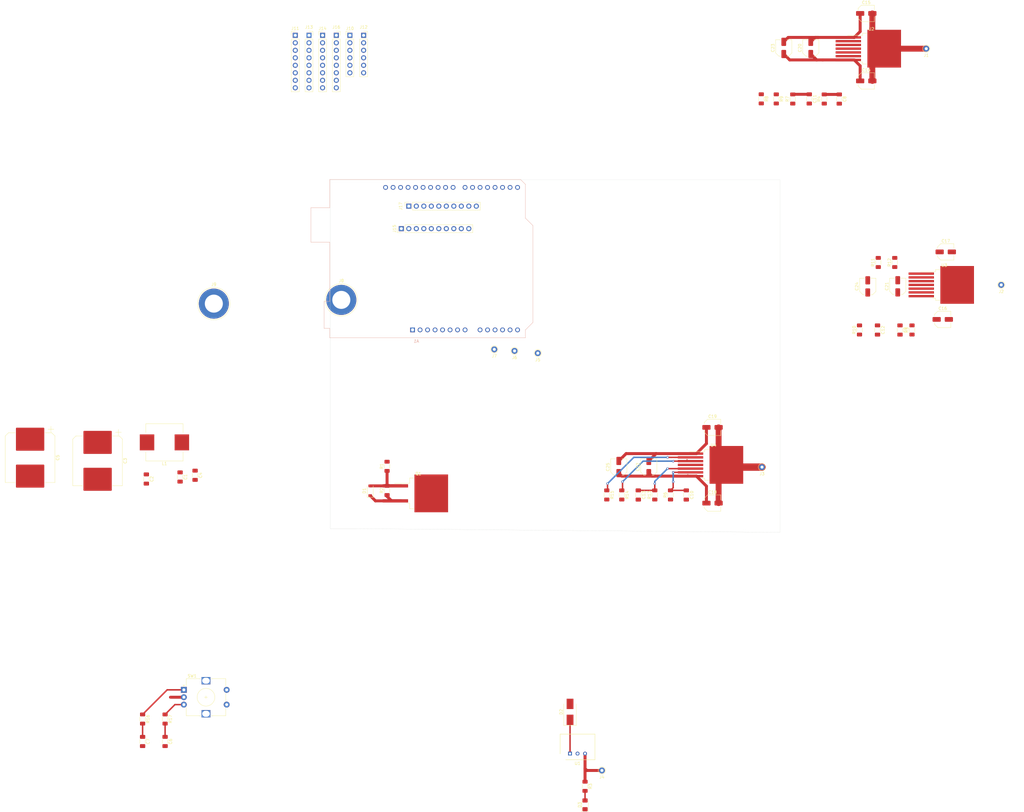
<source format=kicad_pcb>
(kicad_pcb (version 20171130) (host pcbnew 5.1.10)
  (title_block (title "PCB-Layout for BLDC Controller") (date 2021-10-30) (rev V1))
  (layers (0 F.Cu signal) (31 B.Cu signal) (34 B.Paste user) (35 F.Paste user) (36 B.SilkS user) (37 F.SilkS user) (38 B.Mask user) (39 F.Mask user) (44 Edge.Cuts user))
  (net 0 "")
  (net 1 "Net-(A1-Pad32)")
  (net 2 "Net-(A1-Pad31)")
  (net 3 "Net-(A1-Pad1)")
  (net 4 "Net-(A1-Pad2)")
  (net 5 "Net-(A1-Pad3)")
  (net 6 "Net-(A1-Pad4)")
  (net 7 "Net-(A1-Pad5)")
  (net 8 "Net-(A1-Pad26)")
  (net 9 "Net-(A1-Pad12)")
  (net 10 "Net-(A1-Pad13)")
  (net 11 "Net-(A1-Pad14)")
  (net 12 "Net-(A1-Pad30)")
  (net 13 "Net-(A1-Pad15)")
  (net 14 "Net-(A1-Pad16)")
  (net 15 "Net-(D1-Pad2)")
  (net 16 GND)
  (net 17 "Net-(D3-Pad2)")
  (net 18 /VCC_5V)
  (net 19 /L1_IS)
  (net 20 /L2_IS)
  (net 21 /L3_IS)
  (net 22 "Net-(C11-Pad1)")
  (net 23 "Net-(R8-Pad1)")
  (net 24 /L1_IN)
  (net 25 "Net-(R9-Pad1)")
  (net 26 "Net-(C12-Pad1)")
  (net 27 "Net-(R11-Pad1)")
  (net 28 "Net-(R12-Pad1)")
  (net 29 /L2_IN)
  (net 30 "Net-(C13-Pad1)")
  (net 31 "Net-(R14-Pad1)")
  (net 32 "Net-(R15-Pad1)")
  (net 33 /L3_IN)
  (net 34 /L1_Motor)
  (net 35 /VCC_Filtered)
  (net 36 /L2_Motor)
  (net 37 /L3_Motor)
  (net 38 /VCC_Polartiy_Check)
  (net 39 "Net-(C6-Pad1)")
  (net 40 "Net-(C7-Pad1)")
  (net 41 "Net-(D2-Pad1)")
  (net 42 /L1_Sense)
  (net 43 /L2_Sense)
  (net 44 /L3_Sense)
  (net 45 /L1_INH)
  (net 46 /L2_INH)
  (net 47 /L3_INH)
  (net 48 /Rot_B_Pull_Up)
  (net 49 /Rot_A_Pull_Up)
  (net 50 /VCC_Unregulated)
  (net 51 "Net-(J10-Pad1)")
  (net 52 "Net-(J10-Pad2)")
  (net 53 "Net-(J10-Pad3)")
  (net 54 "Net-(J10-Pad4)")
  (net 55 "Net-(J10-Pad5)")
  (net 56 "Net-(J10-Pad6)")
  (net 57 "Net-(J11-Pad1)")
  (net 58 "Net-(J11-Pad2)")
  (net 59 "Net-(J11-Pad3)")
  (net 60 "Net-(J11-Pad4)")
  (net 61 "Net-(J11-Pad5)")
  (net 62 "Net-(J11-Pad6)")
  (net 63 "Net-(J11-Pad7)")
  (net 64 "Net-(J11-Pad8)")
  (net 65 "Net-(J12-Pad1)")
  (net 66 "Net-(J12-Pad2)")
  (net 67 "Net-(J12-Pad3)")
  (net 68 "Net-(J12-Pad4)")
  (net 69 "Net-(J12-Pad5)")
  (net 70 "Net-(J12-Pad6)")
  (net 71 "Net-(J13-Pad1)")
  (net 72 "Net-(J13-Pad2)")
  (net 73 "Net-(J13-Pad3)")
  (net 74 "Net-(J13-Pad4)")
  (net 75 "Net-(J13-Pad5)")
  (net 76 "Net-(J13-Pad6)")
  (net 77 "Net-(J13-Pad7)")
  (net 78 "Net-(J13-Pad8)")
  (net 79 "Net-(J14-Pad8)")
  (net 80 "Net-(J14-Pad7)")
  (net 81 "Net-(J14-Pad6)")
  (net 82 "Net-(J14-Pad5)")
  (net 83 "Net-(J14-Pad4)")
  (net 84 "Net-(J14-Pad3)")
  (net 85 "Net-(J14-Pad2)")
  (net 86 "Net-(J14-Pad1)")
  (net 87 "Net-(J15-Pad1)")
  (net 88 "Net-(J15-Pad2)")
  (net 89 "Net-(J15-Pad3)")
  (net 90 "Net-(J15-Pad4)")
  (net 91 "Net-(J15-Pad5)")
  (net 92 "Net-(J15-Pad6)")
  (net 93 "Net-(J15-Pad7)")
  (net 94 "Net-(J15-Pad8)")
  (net 95 "Net-(J15-Pad9)")
  (net 96 "Net-(J15-Pad10)")
  (net 97 "Net-(J16-Pad8)")
  (net 98 "Net-(J16-Pad7)")
  (net 99 "Net-(J16-Pad6)")
  (net 100 "Net-(J16-Pad5)")
  (net 101 "Net-(J16-Pad4)")
  (net 102 "Net-(J16-Pad3)")
  (net 103 "Net-(J16-Pad2)")
  (net 104 "Net-(J16-Pad1)")
  (net 105 "Net-(J17-Pad1)")
  (net 106 "Net-(J17-Pad2)")
  (net 107 "Net-(J17-Pad3)")
  (net 108 "Net-(J17-Pad4)")
  (net 109 "Net-(J17-Pad5)")
  (net 110 "Net-(J17-Pad6)")
  (net 111 "Net-(J17-Pad7)")
  (net 112 "Net-(J17-Pad8)")
  (net 113 "Net-(J17-Pad9)")
  (net 114 "Net-(J17-Pad10)")
  (module Package_TO_SOT_SMD:TO-263-7_TabPin8 (layer F.Cu) (at 187.01 55.88)
    (fp_text reference U4 (at 0 -6.65) (layer F.SilkS))
    (fp_text value BTN8962TA)
    (pad "" smd rect (at 0.95 2.775) (size 4.55 6.25) (drill (offset 0 0.5)) (layers F.Paste))
    (pad "" smd rect (at 5.8 -2.775) (size 6.55 6.25) (drill (offset 1 -0.5)) (layers F.Paste))
    (pad "" smd rect (at 0.95 -2.775) (size 4.55 6.25) (drill (offset 0 -0.5)) (layers F.Paste))
    (pad "" smd rect (at 5.8 2.775) (size 6.55 6.25) (drill (offset 1 0.5)) (layers F.Paste))
    (pad 8 smd rect (at 3.375 0) (size 11.4 12.8) (drill (offset 1 0)) (layers F.Cu F.Mask) (net 37 /L3_Motor))
    (pad 7 smd rect (at -5.775 3.81) (size 8.6 0.8) (drill (offset -2 0)) (layers F.Cu F.Paste F.Mask) (net 35 /VCC_Filtered))
    (pad 6 smd rect (at -5.775 2.54) (size 8.6 0.8) (drill (offset -2 0)) (layers F.Cu F.Paste F.Mask) (net 21 /L3_IS))
    (pad 5 smd rect (at -5.775 1.27) (size 8.6 0.8) (drill (offset -2 0)) (layers F.Cu F.Paste F.Mask) (net 30 "Net-(C13-Pad1)"))
    (pad 4 smd rect (at -5.775 0) (size 8.6 0.8) (drill (offset -2 0)) (layers F.Cu F.Paste F.Mask) (net 37 /L3_Motor))
    (pad 3 smd rect (at -5.775 -1.27) (size 8.6 0.8) (drill (offset -2 0)) (layers F.Cu F.Paste F.Mask) (net 31 "Net-(R14-Pad1)"))
    (pad 2 smd rect (at -5.775 -2.54) (size 8.6 0.8) (drill (offset -2 0)) (layers F.Cu F.Paste F.Mask) (net 32 "Net-(R15-Pad1)"))
    (pad 1 smd rect (at -5.775 -3.81) (size 8.6 0.8) (drill (offset -2 0)) (layers F.Cu F.Paste F.Mask) (net 16 GND))
  )
  (module Capacitor_SMD:C_Elec_5x5.4 (layer F.Cu) (at 249.428 -4.6025 90)
    (fp_text reference C21 (at 0 -3.7 90) (layer F.SilkS))
    (fp_text value 100nF)
    (pad 2 smd roundrect (at 2.0625 0 90) (size 2.775 1.6) (layers F.Cu F.Paste F.Mask) (roundrect_rratio 0.15625) (net 16 GND))
    (pad 1 smd roundrect (at -2.0625 0 90) (size 2.775 1.6) (layers F.Cu F.Paste F.Mask) (roundrect_rratio 0.15625) (net 35 /VCC_Filtered))
  )
  (module Capacitor_SMD:C_Elec_5x5.4 (layer F.Cu) (at 264.668 6.604)
    (fp_text reference C16 (at 0 -3.7) (layer F.SilkS))
    (fp_text value 220nF)
    (pad 2 smd roundrect (at 2.0625 0) (size 2.775 1.6) (layers F.Cu F.Paste F.Mask) (roundrect_rratio 0.15625) (net 36 /L2_Motor))
    (pad 1 smd roundrect (at -2.0625 0) (size 2.775 1.6) (layers F.Cu F.Paste F.Mask) (roundrect_rratio 0.15625) (net 35 /VCC_Filtered))
  )
  (module Capacitor_SMD:C_Elec_5x5.4 (layer F.Cu) (at 265.684 -16.256)
    (fp_text reference C17 (at 0 -3.7) (layer F.SilkS))
    (fp_text value 220nF)
    (pad 2 smd roundrect (at 2.0625 0) (size 2.775 1.6) (layers F.Cu F.Paste F.Mask) (roundrect_rratio 0.15625) (net 36 /L2_Motor))
    (pad 1 smd roundrect (at -2.0625 0) (size 2.775 1.6) (layers F.Cu F.Paste F.Mask) (roundrect_rratio 0.15625) (net 16 GND))
  )
  (module Package_TO_SOT_SMD:TO-263-7_TabPin8 (layer F.Cu) (at 240.465 -85.09)
    (fp_text reference U2 (at 0 -6.65) (layer F.SilkS))
    (fp_text value BTN8962TA)
    (pad "" smd rect (at 0.95 2.775) (size 4.55 6.25) (drill (offset 0 0.5)) (layers F.Paste))
    (pad "" smd rect (at 5.8 -2.775) (size 6.55 6.25) (drill (offset 1 -0.5)) (layers F.Paste))
    (pad "" smd rect (at 0.95 -2.775) (size 4.55 6.25) (drill (offset 0 -0.5)) (layers F.Paste))
    (pad "" smd rect (at 5.8 2.775) (size 6.55 6.25) (drill (offset 1 0.5)) (layers F.Paste))
    (pad 8 smd rect (at 3.375 0) (size 11.4 12.8) (drill (offset 1 0)) (layers F.Cu F.Mask) (net 34 /L1_Motor))
    (pad 7 smd rect (at -5.775 3.81) (size 8.6 0.8) (drill (offset -2 0)) (layers F.Cu F.Paste F.Mask) (net 35 /VCC_Filtered))
    (pad 6 smd rect (at -5.775 2.54) (size 8.6 0.8) (drill (offset -2 0)) (layers F.Cu F.Paste F.Mask) (net 19 /L1_IS))
    (pad 5 smd rect (at -5.775 1.27) (size 8.6 0.8) (drill (offset -2 0)) (layers F.Cu F.Paste F.Mask) (net 22 "Net-(C11-Pad1)"))
    (pad 4 smd rect (at -5.775 0) (size 8.6 0.8) (drill (offset -2 0)) (layers F.Cu F.Paste F.Mask) (net 34 /L1_Motor))
    (pad 3 smd rect (at -5.775 -1.27) (size 8.6 0.8) (drill (offset -2 0)) (layers F.Cu F.Paste F.Mask) (net 23 "Net-(R8-Pad1)"))
    (pad 2 smd rect (at -5.775 -2.54) (size 8.6 0.8) (drill (offset -2 0)) (layers F.Cu F.Paste F.Mask) (net 25 "Net-(R9-Pad1)"))
    (pad 1 smd rect (at -5.775 -3.81) (size 8.6 0.8) (drill (offset -2 0)) (layers F.Cu F.Paste F.Mask) (net 16 GND))
  )
  (module Package_TO_SOT_SMD:TO-263-7_TabPin8 (layer F.Cu) (at 265.176 -5.08)
    (fp_text reference U3 (at 0 -6.65) (layer F.SilkS))
    (fp_text value BTN8962TA)
    (pad "" smd rect (at 0.95 2.775) (size 4.55 6.25) (drill (offset 0 0.5)) (layers F.Paste))
    (pad "" smd rect (at 5.8 -2.775) (size 6.55 6.25) (drill (offset 1 -0.5)) (layers F.Paste))
    (pad "" smd rect (at 0.95 -2.775) (size 4.55 6.25) (drill (offset 0 -0.5)) (layers F.Paste))
    (pad "" smd rect (at 5.8 2.775) (size 6.55 6.25) (drill (offset 1 0.5)) (layers F.Paste))
    (pad 8 smd rect (at 3.375 0) (size 11.4 12.8) (drill (offset 1 0)) (layers F.Cu F.Mask) (net 36 /L2_Motor))
    (pad 7 smd rect (at -5.775 3.81) (size 8.6 0.8) (drill (offset -2 0)) (layers F.Cu F.Paste F.Mask) (net 35 /VCC_Filtered))
    (pad 6 smd rect (at -5.775 2.54) (size 8.6 0.8) (drill (offset -2 0)) (layers F.Cu F.Paste F.Mask) (net 20 /L2_IS))
    (pad 5 smd rect (at -5.775 1.27) (size 8.6 0.8) (drill (offset -2 0)) (layers F.Cu F.Paste F.Mask) (net 26 "Net-(C12-Pad1)"))
    (pad 4 smd rect (at -5.775 0) (size 8.6 0.8) (drill (offset -2 0)) (layers F.Cu F.Paste F.Mask) (net 36 /L2_Motor))
    (pad 3 smd rect (at -5.775 -1.27) (size 8.6 0.8) (drill (offset -2 0)) (layers F.Cu F.Paste F.Mask) (net 27 "Net-(R11-Pad1)"))
    (pad 2 smd rect (at -5.775 -2.54) (size 8.6 0.8) (drill (offset -2 0)) (layers F.Cu F.Paste F.Mask) (net 28 "Net-(R12-Pad1)"))
    (pad 1 smd rect (at -5.775 -3.81) (size 8.6 0.8) (drill (offset -2 0)) (layers F.Cu F.Paste F.Mask) (net 16 GND))
  )
  (module Package_TO_SOT_SMD:TO-263-2 (layer F.Cu) (at 87.049 65.532)
    (fp_text reference Q1 (at 0 -6.65) (layer F.SilkS))
    (fp_text value IRF4905)
    (pad 1 smd rect (at -5.775 -2.54) (size 8.6 1.1) (drill (offset -2 0)) (layers F.Cu F.Paste F.Mask) (net 15 "Net-(D1-Pad2)"))
    (pad 3 smd rect (at -5.775 2.54) (size 8.6 1.1) (drill (offset -2 0)) (layers F.Cu F.Paste F.Mask) (net 38 /VCC_Polartiy_Check))
    (pad 2 smd rect (at 3.375 0) (size 11.4 12.8) (drill (offset 1 0)) (layers F.Cu F.Mask) (net 50 /VCC_Unregulated))
    (pad "" smd rect (at 5.8 2.775) (size 6.55 6.25) (drill (offset 1 0.5)) (layers F.Paste F.Mask))
    (pad "" smd rect (at 0.95 -2.775) (size 4.55 6.25) (drill (offset 0 -0.5)) (layers F.Paste F.Mask))
    (pad "" smd rect (at 5.8 -2.775) (size 6.55 6.25) (drill (offset 1 -0.5)) (layers F.Paste F.Mask))
    (pad "" smd rect (at 0.95 2.775) (size 4.55 6.25) (drill (offset 0 0.5)) (layers F.Paste))
  )
  (module Resistor_SMD:R_1206_3216Metric_Pad1.30x1.75mm_HandSolder (layer F.Cu) (at 1.27 141.96 270)
    (fp_text reference R17 (at 0 -1.82 90) (layer F.SilkS))
    (fp_text value 10k)
    (pad 2 smd roundrect (at 1.55 0 270) (size 1.3 1.75) (layers F.Cu F.Paste F.Mask) (roundrect_rratio 0.192308) (net 39 "Net-(C6-Pad1)"))
    (pad 1 smd roundrect (at -1.55 0 270) (size 1.3 1.75) (layers F.Cu F.Paste F.Mask) (roundrect_rratio 0.192308) (net 48 /Rot_B_Pull_Up))
  )
  (module Resistor_SMD:R_1206_3216Metric_Pad1.30x1.75mm_HandSolder (layer F.Cu) (at -6.35 141.96 270)
    (fp_text reference R16 (at 0 -1.82 90) (layer F.SilkS))
    (fp_text value 10k)
    (pad 2 smd roundrect (at 1.55 0 270) (size 1.3 1.75) (layers F.Cu F.Paste F.Mask) (roundrect_rratio 0.192308) (net 40 "Net-(C7-Pad1)"))
    (pad 1 smd roundrect (at -1.55 0 270) (size 1.3 1.75) (layers F.Cu F.Paste F.Mask) (roundrect_rratio 0.192308) (net 49 /Rot_A_Pull_Up))
  )
  (module Connector:Banana_Jack_1Pin (layer F.Cu) (at 17.78 1.27)
    (fp_text reference J9 (at 0 -6.5) (layer F.SilkS))
    (fp_text value VCC_GND)
    (pad 1 thru_hole circle (at 0 0) (size 10.16 10.16) (drill 6.1) (layers *.Cu *.Mask) (net 16 GND))
  )
  (module Connector:Banana_Jack_1Pin (layer F.Cu) (at 60.96 0)
    (fp_text reference J8 (at 0 -6.5) (layer F.SilkS))
    (fp_text value VCC_Unregulated)
    (pad 1 thru_hole circle (at 0 0) (size 10.16 10.16) (drill 6.1) (layers *.Cu *.Mask) (net 50 /VCC_Unregulated))
  )
  (module Connector_Pin:Pin_D1.0mm_L10.0mm (layer F.Cu) (at 112.776 16.764)
    (fp_text reference J7 (at 0 2.25) (layer F.SilkS))
    (fp_text value Conn_01x01_Female)
    (pad 1 thru_hole circle (at 0 0) (size 2 2) (drill 1) (layers *.Cu *.Mask) (net 44 /L3_Sense))
  )
  (module Connector_Pin:Pin_D1.0mm_L10.0mm (layer F.Cu) (at 119.634 17.272)
    (fp_text reference J6 (at 0 2.25) (layer F.SilkS))
    (fp_text value Conn_01x01_Female)
    (pad 1 thru_hole circle (at 0 0) (size 2 2) (drill 1) (layers *.Cu *.Mask) (net 43 /L2_Sense))
  )
  (module Connector_Pin:Pin_D1.0mm_L10.0mm (layer F.Cu) (at 127.508 18.034)
    (fp_text reference J5 (at 0 2.25) (layer F.SilkS))
    (fp_text value Conn_01x01_Female)
    (pad 1 thru_hole circle (at 0 0) (size 2 2) (drill 1) (layers *.Cu *.Mask) (net 42 /L1_Sense))
  )
  (module Connector_Pin:Pin_D1.0mm_L10.0mm (layer F.Cu) (at 149.225 159.385)
    (fp_text reference J4 (at 0 2.25) (layer F.SilkS))
    (fp_text value Conn_01x01_Female)
    (pad 1 thru_hole circle (at 0 0) (size 2 2) (drill 1) (layers *.Cu *.Mask) (net 18 /VCC_5V))
  )
  (module Connector_Pin:Pin_D1.0mm_L10.0mm (layer F.Cu) (at 203.454 56.642)
    (fp_text reference J3 (at 0 2.25) (layer F.SilkS))
    (fp_text value Conn_01x01_Female)
    (pad 1 thru_hole circle (at 0 0) (size 2 2) (drill 1) (layers *.Cu *.Mask) (net 37 /L3_Motor))
  )
  (module Connector_Pin:Pin_D1.0mm_L10.0mm (layer F.Cu) (at 284.48 -5.08)
    (fp_text reference J2 (at 0 2.25) (layer F.SilkS))
    (fp_text value Conn_01x01_Female)
    (pad 1 thru_hole circle (at 0 0) (size 2 2) (drill 1) (layers *.Cu *.Mask) (net 36 /L2_Motor))
  )
  (module Connector_Pin:Pin_D1.0mm_L10.0mm (layer F.Cu) (at 259.08 -85.09)
    (fp_text reference J1 (at 0 2.25) (layer F.SilkS))
    (fp_text value Conn_01x01_Female)
    (pad 1 thru_hole circle (at 0 0) (size 2 2) (drill 1) (layers *.Cu *.Mask) (net 34 /L1_Motor))
  )
  (module LED_SMD:LED_1206_3216Metric_Pad1.42x1.75mm_HandSolder (layer F.Cu) (at 143.51 171.0325 90)
    (fp_text reference D3 (at 0 -1.82 90) (layer F.SilkS))
    (fp_text value LED)
    (pad 2 smd roundrect (at 1.4875 0 90) (size 1.425 1.75) (layers F.Cu F.Paste F.Mask) (roundrect_rratio 0.175439) (net 17 "Net-(D3-Pad2)"))
    (pad 1 smd roundrect (at -1.4875 0 90) (size 1.425 1.75) (layers F.Cu F.Paste F.Mask) (roundrect_rratio 0.175439) (net 16 GND))
  )
  (module Diode_SMD:D_SMB_Handsoldering (layer F.Cu) (at 138.43 139.54 90)
    (fp_text reference D2 (at 0 -3 90) (layer F.SilkS))
    (fp_text value D_Schottky)
    (pad 2 smd rect (at 2.7 0 90) (size 3.5 2.3) (layers F.Cu F.Paste F.Mask) (net 35 /VCC_Filtered))
    (pad 1 smd rect (at -2.7 0 90) (size 3.5 2.3) (layers F.Cu F.Paste F.Mask) (net 41 "Net-(D2-Pad1)"))
  )
  (module Diode_SMD:D_SOD-123 (layer F.Cu) (at 70.739 64.642 90)
    (fp_text reference D1 (at 0 -2 90) (layer F.SilkS))
    (fp_text value 12V)
    (pad 2 smd rect (at 1.65 0 90) (size 0.9 1.2) (layers F.Cu F.Paste F.Mask) (net 15 "Net-(D1-Pad2)"))
    (pad 1 smd rect (at -1.65 0 90) (size 0.9 1.2) (layers F.Cu F.Paste F.Mask) (net 38 /VCC_Polartiy_Check))
  )
  (module Capacitor_SMD:C_Elec_5x5.4 (layer F.Cu) (at 154.94 56.6115 90)
    (fp_text reference C25 (at 0 -3.7 90) (layer F.SilkS))
    (fp_text value 470nF)
    (pad 2 smd roundrect (at 2.0625 0 90) (size 2.775 1.6) (layers F.Cu F.Paste F.Mask) (roundrect_rratio 0.15625) (net 16 GND))
    (pad 1 smd roundrect (at -2.0625 0 90) (size 2.775 1.6) (layers F.Cu F.Paste F.Mask) (roundrect_rratio 0.15625) (net 35 /VCC_Filtered))
  )
  (module Capacitor_SMD:C_Elec_5x5.4 (layer F.Cu) (at 239.268 -4.572 90)
    (fp_text reference C24 (at 0 -3.7 90) (layer F.SilkS))
    (fp_text value 470nF)
    (pad 2 smd roundrect (at 2.0625 0 90) (size 2.775 1.6) (layers F.Cu F.Paste F.Mask) (roundrect_rratio 0.15625) (net 16 GND))
    (pad 1 smd roundrect (at -2.0625 0 90) (size 2.775 1.6) (layers F.Cu F.Paste F.Mask) (roundrect_rratio 0.15625) (net 35 /VCC_Filtered))
  )
  (module Capacitor_SMD:C_Elec_5x5.4 (layer F.Cu) (at 210.82 -85.344 90)
    (fp_text reference C23 (at 0 -3.7 90) (layer F.SilkS))
    (fp_text value 470nF)
    (pad 2 smd roundrect (at 2.0625 0 90) (size 2.775 1.6) (layers F.Cu F.Paste F.Mask) (roundrect_rratio 0.15625) (net 16 GND))
    (pad 1 smd roundrect (at -2.0625 0 90) (size 2.775 1.6) (layers F.Cu F.Paste F.Mask) (roundrect_rratio 0.15625) (net 35 /VCC_Filtered))
  )
  (module Capacitor_SMD:C_Elec_5x5.4 (layer F.Cu) (at 165.1 56.6115 90)
    (fp_text reference C22 (at 0 -3.7 90) (layer F.SilkS))
    (fp_text value 100nF)
    (pad 2 smd roundrect (at 2.0625 0 90) (size 2.775 1.6) (layers F.Cu F.Paste F.Mask) (roundrect_rratio 0.15625) (net 16 GND))
    (pad 1 smd roundrect (at -2.0625 0 90) (size 2.775 1.6) (layers F.Cu F.Paste F.Mask) (roundrect_rratio 0.15625) (net 35 /VCC_Filtered))
  )
  (module Capacitor_SMD:C_Elec_5x5.4 (layer F.Cu) (at 219.964 -85.344 90)
    (fp_text reference C20 (at 0 -3.7 90) (layer F.SilkS))
    (fp_text value 100nF)
    (pad 2 smd roundrect (at 2.0625 0 90) (size 2.775 1.6) (layers F.Cu F.Paste F.Mask) (roundrect_rratio 0.15625) (net 16 GND))
    (pad 1 smd roundrect (at -2.0625 0 90) (size 2.775 1.6) (layers F.Cu F.Paste F.Mask) (roundrect_rratio 0.15625) (net 35 /VCC_Filtered))
  )
  (module Capacitor_SMD:C_Elec_5x5.4 (layer F.Cu) (at 186.69 43.18)
    (fp_text reference C19 (at 0 -3.7) (layer F.SilkS))
    (fp_text value 220nF)
    (pad 2 smd roundrect (at 2.0625 0) (size 2.775 1.6) (layers F.Cu F.Paste F.Mask) (roundrect_rratio 0.15625) (net 37 /L3_Motor))
    (pad 1 smd roundrect (at -2.0625 0) (size 2.775 1.6) (layers F.Cu F.Paste F.Mask) (roundrect_rratio 0.15625) (net 16 GND))
  )
  (module Capacitor_SMD:C_Elec_5x5.4 (layer F.Cu) (at 186.69 68.834)
    (fp_text reference C18 (at 0 -3.7) (layer F.SilkS))
    (fp_text value 220nF)
    (pad 2 smd roundrect (at 2.0625 0) (size 2.775 1.6) (layers F.Cu F.Paste F.Mask) (roundrect_rratio 0.15625) (net 37 /L3_Motor))
    (pad 1 smd roundrect (at -2.0625 0) (size 2.775 1.6) (layers F.Cu F.Paste F.Mask) (roundrect_rratio 0.15625) (net 35 /VCC_Filtered))
  )
  (module Capacitor_SMD:C_Elec_5x5.4 (layer F.Cu) (at 238.76 -97.028)
    (fp_text reference C15 (at 0 -3.7) (layer F.SilkS))
    (fp_text value 220nF)
    (pad 2 smd roundrect (at 2.0625 0) (size 2.775 1.6) (layers F.Cu F.Paste F.Mask) (roundrect_rratio 0.15625) (net 34 /L1_Motor))
    (pad 1 smd roundrect (at -2.0625 0) (size 2.775 1.6) (layers F.Cu F.Paste F.Mask) (roundrect_rratio 0.15625) (net 16 GND))
  )
  (module Capacitor_SMD:C_Elec_5x5.4 (layer F.Cu) (at 238.76 -74.168)
    (fp_text reference C14 (at 0 -3.7) (layer F.SilkS))
    (fp_text value 220nF)
    (pad 2 smd roundrect (at 2.0625 0) (size 2.775 1.6) (layers F.Cu F.Paste F.Mask) (roundrect_rratio 0.15625) (net 34 /L1_Motor))
    (pad 1 smd roundrect (at -2.0625 0) (size 2.775 1.6) (layers F.Cu F.Paste F.Mask) (roundrect_rratio 0.15625) (net 35 /VCC_Filtered))
  )
  (module Capacitor_SMD:C_1206_3216Metric_Pad1.33x1.80mm_HandSolder (layer F.Cu) (at 161.544 66.0785 270)
    (fp_text reference C13 (at 0 -1.85 90) (layer F.SilkS))
    (fp_text value 100nF)
    (pad 2 smd roundrect (at 1.5625 0 270) (size 1.325 1.8) (layers F.Cu F.Paste F.Mask) (roundrect_rratio 0.188679) (net 16 GND))
    (pad 1 smd roundrect (at -1.5625 0 270) (size 1.325 1.8) (layers F.Cu F.Paste F.Mask) (roundrect_rratio 0.188679) (net 30 "Net-(C13-Pad1)"))
  )
  (module Capacitor_SMD:C_1206_3216Metric_Pad1.33x1.80mm_HandSolder (layer F.Cu) (at 242.57 10.1985 270)
    (fp_text reference C12 (at 0 -1.85 90) (layer F.SilkS))
    (fp_text value 100nF)
    (pad 2 smd roundrect (at 1.5625 0 270) (size 1.325 1.8) (layers F.Cu F.Paste F.Mask) (roundrect_rratio 0.188679) (net 16 GND))
    (pad 1 smd roundrect (at -1.5625 0 270) (size 1.325 1.8) (layers F.Cu F.Paste F.Mask) (roundrect_rratio 0.188679) (net 26 "Net-(C12-Pad1)"))
  )
  (module Capacitor_SMD:C_1206_3216Metric_Pad1.33x1.80mm_HandSolder (layer F.Cu) (at 219.456 -68.072 270)
    (fp_text reference C11 (at 0 -1.85 90) (layer F.SilkS))
    (fp_text value 100nF)
    (pad 2 smd roundrect (at 1.5625 0 270) (size 1.325 1.8) (layers F.Cu F.Paste F.Mask) (roundrect_rratio 0.188679) (net 16 GND))
    (pad 1 smd roundrect (at -1.5625 0 270) (size 1.325 1.8) (layers F.Cu F.Paste F.Mask) (roundrect_rratio 0.188679) (net 22 "Net-(C11-Pad1)"))
  )
  (module Capacitor_SMD:C_1206_3216Metric_Pad1.33x1.80mm_HandSolder (layer F.Cu) (at 177.8 66.0785 270)
    (fp_text reference C10 (at 0 -1.85 90) (layer F.SilkS))
    (fp_text value 1nF)
    (pad 2 smd roundrect (at 1.5625 0 270) (size 1.325 1.8) (layers F.Cu F.Paste F.Mask) (roundrect_rratio 0.188679) (net 16 GND))
    (pad 1 smd roundrect (at -1.5625 0 270) (size 1.325 1.8) (layers F.Cu F.Paste F.Mask) (roundrect_rratio 0.188679) (net 21 /L3_IS))
  )
  (module Capacitor_SMD:C_1206_3216Metric_Pad1.33x1.80mm_HandSolder (layer F.Cu) (at 250.19 10.1985 270)
    (fp_text reference C9 (at 0 -1.85 90) (layer F.SilkS))
    (fp_text value 1nF)
    (pad 2 smd roundrect (at 1.5625 0 270) (size 1.325 1.8) (layers F.Cu F.Paste F.Mask) (roundrect_rratio 0.188679) (net 16 GND))
    (pad 1 smd roundrect (at -1.5625 0 270) (size 1.325 1.8) (layers F.Cu F.Paste F.Mask) (roundrect_rratio 0.188679) (net 20 /L2_IS))
  )
  (module Capacitor_SMD:C_1206_3216Metric_Pad1.33x1.80mm_HandSolder (layer F.Cu) (at 229.616 -68.0335 270)
    (fp_text reference C8 (at 0 -1.85 90) (layer F.SilkS))
    (fp_text value 1nF)
    (pad 2 smd roundrect (at 1.5625 0 270) (size 1.325 1.8) (layers F.Cu F.Paste F.Mask) (roundrect_rratio 0.188679) (net 16 GND))
    (pad 1 smd roundrect (at -1.5625 0 270) (size 1.325 1.8) (layers F.Cu F.Paste F.Mask) (roundrect_rratio 0.188679) (net 19 /L1_IS))
  )
  (module Capacitor_SMD:C_1206_3216Metric_Pad1.33x1.80mm_HandSolder (layer F.Cu) (at -6.35 149.5675 270)
    (fp_text reference C7 (at 0 -1.85 90) (layer F.SilkS))
    (fp_text value 1uF)
    (pad 2 smd roundrect (at 1.5625 0 270) (size 1.325 1.8) (layers F.Cu F.Paste F.Mask) (roundrect_rratio 0.188679) (net 16 GND))
    (pad 1 smd roundrect (at -1.5625 0 270) (size 1.325 1.8) (layers F.Cu F.Paste F.Mask) (roundrect_rratio 0.188679) (net 40 "Net-(C7-Pad1)"))
  )
  (module Capacitor_SMD:C_1206_3216Metric_Pad1.33x1.80mm_HandSolder (layer F.Cu) (at 1.27 149.5675 270)
    (fp_text reference C6 (at 0 -1.85 90) (layer F.SilkS))
    (fp_text value 1uF)
    (pad 2 smd roundrect (at 1.5625 0 270) (size 1.325 1.8) (layers F.Cu F.Paste F.Mask) (roundrect_rratio 0.188679) (net 16 GND))
    (pad 1 smd roundrect (at -1.5625 0 270) (size 1.325 1.8) (layers F.Cu F.Paste F.Mask) (roundrect_rratio 0.188679) (net 39 "Net-(C6-Pad1)"))
  )
  (module Capacitor_SMD:CP_Elec_16x17.5 (layer F.Cu) (at -44.45 53.44 270)
    (fp_text reference C5 (at 0 -9.35 90) (layer F.SilkS))
    (fp_text value 1500uF)
    (pad 2 smd roundrect (at 6.25 0 270) (size 7.8 9.6) (layers F.Cu F.Paste F.Mask) (roundrect_rratio 0.032051) (net 16 GND))
    (pad 1 smd roundrect (at -6.25 0 270) (size 7.8 9.6) (layers F.Cu F.Paste F.Mask) (roundrect_rratio 0.032051) (net 35 /VCC_Filtered))
  )
  (module Capacitor_SMD:C_1206_3216Metric_Pad1.33x1.80mm_HandSolder (layer F.Cu) (at 11.43 59.3975 270)
    (fp_text reference C4 (at 0 -1.85 90) (layer F.SilkS))
    (fp_text value 10uF)
    (pad 2 smd roundrect (at 1.5625 0 270) (size 1.325 1.8) (layers F.Cu F.Paste F.Mask) (roundrect_rratio 0.188679) (net 16 GND))
    (pad 1 smd roundrect (at -1.5625 0 270) (size 1.325 1.8) (layers F.Cu F.Paste F.Mask) (roundrect_rratio 0.188679) (net 38 /VCC_Polartiy_Check))
  )
  (module Capacitor_SMD:CP_Elec_16x17.5 (layer F.Cu) (at -21.59 54.51 270)
    (fp_text reference C3 (at 0 -9.35 90) (layer F.SilkS))
    (fp_text value 1500uF)
    (pad 2 smd roundrect (at 6.25 0 270) (size 7.8 9.6) (layers F.Cu F.Paste F.Mask) (roundrect_rratio 0.032051) (net 16 GND))
    (pad 1 smd roundrect (at -6.25 0 270) (size 7.8 9.6) (layers F.Cu F.Paste F.Mask) (roundrect_rratio 0.032051) (net 35 /VCC_Filtered))
  )
  (module Capacitor_SMD:C_1206_3216Metric_Pad1.33x1.80mm_HandSolder (layer F.Cu) (at -5.08 60.6675 270)
    (fp_text reference C2 (at 0 -1.85 90) (layer F.SilkS))
    (fp_text value 10uF)
    (pad 2 smd roundrect (at 1.5625 0 270) (size 1.325 1.8) (layers F.Cu F.Paste F.Mask) (roundrect_rratio 0.188679) (net 16 GND))
    (pad 1 smd roundrect (at -1.5625 0 270) (size 1.325 1.8) (layers F.Cu F.Paste F.Mask) (roundrect_rratio 0.188679) (net 35 /VCC_Filtered))
  )
  (module Capacitor_SMD:C_1206_3216Metric_Pad1.33x1.80mm_HandSolder (layer F.Cu) (at 6.35 59.9825 270)
    (fp_text reference C1 (at 0 -1.85 90) (layer F.SilkS))
    (fp_text value 10uF)
    (pad 2 smd roundrect (at 1.5625 0 270) (size 1.325 1.8) (layers F.Cu F.Paste F.Mask) (roundrect_rratio 0.188679) (net 16 GND))
    (pad 1 smd roundrect (at -1.5625 0 270) (size 1.325 1.8) (layers F.Cu F.Paste F.Mask) (roundrect_rratio 0.188679) (net 38 /VCC_Polartiy_Check))
  )
  (module Module:Arduino_UNO_R3 (layer B.Cu) (at 85.09 10.16)
    (fp_text reference A1 (at 1.27 3.81 -180) (layer B.SilkS) (effects (justify mirror)))
    (fp_text value Arduino_UNO_R3)
    (pad 32 thru_hole oval (at -9.14 -48.26 270) (size 1.6 1.6) (drill 1) (layers *.Cu *.Mask) (net 1 "Net-(A1-Pad32)"))
    (pad 31 thru_hole oval (at -6.6 -48.26 270) (size 1.6 1.6) (drill 1) (layers *.Cu *.Mask) (net 2 "Net-(A1-Pad31)"))
    (pad 1 thru_hole rect (at 0 0 270) (size 1.6 1.6) (drill 1) (layers *.Cu *.Mask) (net 3 "Net-(A1-Pad1)"))
    (pad 17 thru_hole oval (at 30.48 -48.26 270) (size 1.6 1.6) (drill 1) (layers *.Cu *.Mask) (net 24 /L1_IN))
    (pad 2 thru_hole oval (at 2.54 0 270) (size 1.6 1.6) (drill 1) (layers *.Cu *.Mask) (net 4 "Net-(A1-Pad2)"))
    (pad 18 thru_hole oval (at 27.94 -48.26 270) (size 1.6 1.6) (drill 1) (layers *.Cu *.Mask) (net 29 /L2_IN))
    (pad 3 thru_hole oval (at 5.08 0 270) (size 1.6 1.6) (drill 1) (layers *.Cu *.Mask) (net 5 "Net-(A1-Pad3)"))
    (pad 19 thru_hole oval (at 25.4 -48.26 270) (size 1.6 1.6) (drill 1) (layers *.Cu *.Mask) (net 33 /L3_IN))
    (pad 4 thru_hole oval (at 7.62 0 270) (size 1.6 1.6) (drill 1) (layers *.Cu *.Mask) (net 6 "Net-(A1-Pad4)"))
    (pad 20 thru_hole oval (at 22.86 -48.26 270) (size 1.6 1.6) (drill 1) (layers *.Cu *.Mask) (net 45 /L1_INH))
    (pad 5 thru_hole oval (at 10.16 0 270) (size 1.6 1.6) (drill 1) (layers *.Cu *.Mask) (net 7 "Net-(A1-Pad5)"))
    (pad 21 thru_hole oval (at 20.32 -48.26 270) (size 1.6 1.6) (drill 1) (layers *.Cu *.Mask) (net 46 /L2_INH))
    (pad 6 thru_hole oval (at 12.7 0 270) (size 1.6 1.6) (drill 1) (layers *.Cu *.Mask) (net 16 GND))
    (pad 22 thru_hole oval (at 17.78 -48.26 270) (size 1.6 1.6) (drill 1) (layers *.Cu *.Mask) (net 47 /L3_INH))
    (pad 7 thru_hole oval (at 15.24 0 270) (size 1.6 1.6) (drill 1) (layers *.Cu *.Mask) (net 16 GND))
    (pad 23 thru_hole oval (at 13.72 -48.26 270) (size 1.6 1.6) (drill 1) (layers *.Cu *.Mask) (net 19 /L1_IS))
    (pad 8 thru_hole oval (at 17.78 0 270) (size 1.6 1.6) (drill 1) (layers *.Cu *.Mask) (net 18 /VCC_5V))
    (pad 24 thru_hole oval (at 11.18 -48.26 270) (size 1.6 1.6) (drill 1) (layers *.Cu *.Mask) (net 20 /L2_IS))
    (pad 9 thru_hole oval (at 22.86 0 270) (size 1.6 1.6) (drill 1) (layers *.Cu *.Mask) (net 42 /L1_Sense))
    (pad 25 thru_hole oval (at 8.64 -48.26 270) (size 1.6 1.6) (drill 1) (layers *.Cu *.Mask) (net 21 /L3_IS))
    (pad 10 thru_hole oval (at 25.4 0 270) (size 1.6 1.6) (drill 1) (layers *.Cu *.Mask) (net 43 /L2_Sense))
    (pad 26 thru_hole oval (at 6.1 -48.26 270) (size 1.6 1.6) (drill 1) (layers *.Cu *.Mask) (net 8 "Net-(A1-Pad26)"))
    (pad 11 thru_hole oval (at 27.94 0 270) (size 1.6 1.6) (drill 1) (layers *.Cu *.Mask) (net 44 /L3_Sense))
    (pad 27 thru_hole oval (at 3.56 -48.26 270) (size 1.6 1.6) (drill 1) (layers *.Cu *.Mask) (net 48 /Rot_B_Pull_Up))
    (pad 12 thru_hole oval (at 30.48 0 270) (size 1.6 1.6) (drill 1) (layers *.Cu *.Mask) (net 9 "Net-(A1-Pad12)"))
    (pad 28 thru_hole oval (at 1.02 -48.26 270) (size 1.6 1.6) (drill 1) (layers *.Cu *.Mask) (net 49 /Rot_A_Pull_Up))
    (pad 13 thru_hole oval (at 33.02 0 270) (size 1.6 1.6) (drill 1) (layers *.Cu *.Mask) (net 10 "Net-(A1-Pad13)"))
    (pad 29 thru_hole oval (at -1.52 -48.26 270) (size 1.6 1.6) (drill 1) (layers *.Cu *.Mask) (net 16 GND))
    (pad 14 thru_hole oval (at 35.56 0 270) (size 1.6 1.6) (drill 1) (layers *.Cu *.Mask) (net 11 "Net-(A1-Pad14)"))
    (pad 30 thru_hole oval (at -4.06 -48.26 270) (size 1.6 1.6) (drill 1) (layers *.Cu *.Mask) (net 12 "Net-(A1-Pad30)"))
    (pad 15 thru_hole oval (at 35.56 -48.26 270) (size 1.6 1.6) (drill 1) (layers *.Cu *.Mask) (net 13 "Net-(A1-Pad15)"))
    (pad 16 thru_hole oval (at 33.02 -48.26 270) (size 1.6 1.6) (drill 1) (layers *.Cu *.Mask) (net 14 "Net-(A1-Pad16)"))
  )
  (module Resistor_SMD:R_1206_3216Metric_Pad1.30x1.75mm_HandSolder (layer F.Cu) (at 76.454 56.362 90)
    (fp_text reference R1 (at 0 -1.82 90) (layer F.SilkS))
    (fp_text value 1k)
    (pad 1 smd roundrect (at -1.55 0 90) (size 1.3 1.75) (layers F.Cu F.Paste F.Mask) (roundrect_rratio 0.192308) (net 15 "Net-(D1-Pad2)"))
    (pad 2 smd roundrect (at 1.55 0 90) (size 1.3 1.75) (layers F.Cu F.Paste F.Mask) (roundrect_rratio 0.192308) (net 16 GND))
  )
  (module Resistor_SMD:R_1206_3216Metric_Pad1.30x1.75mm_HandSolder (layer F.Cu) (at 76.454 64.542 90)
    (fp_text reference R2 (at 0 -1.82 90) (layer F.SilkS))
    (fp_text value 1M)
    (pad 2 smd roundrect (at 1.55 0 90) (size 1.3 1.75) (layers F.Cu F.Paste F.Mask) (roundrect_rratio 0.192308) (net 15 "Net-(D1-Pad2)"))
    (pad 1 smd roundrect (at -1.55 0 90) (size 1.3 1.75) (layers F.Cu F.Paste F.Mask) (roundrect_rratio 0.192308) (net 38 /VCC_Polartiy_Check))
  )
  (module Resistor_SMD:R_1206_3216Metric_Pad1.30x1.75mm_HandSolder (layer F.Cu) (at 143.51 164.745 270)
    (fp_text reference R3 (at 0 -1.82 90) (layer F.SilkS))
    (fp_text value 100)
    (pad 2 smd roundrect (at 1.55 0 270) (size 1.3 1.75) (layers F.Cu F.Paste F.Mask) (roundrect_rratio 0.192308) (net 17 "Net-(D3-Pad2)"))
    (pad 1 smd roundrect (at -1.55 0 270) (size 1.3 1.75) (layers F.Cu F.Paste F.Mask) (roundrect_rratio 0.192308) (net 18 /VCC_5V))
  )
  (module Resistor_SMD:R_1206_3216Metric_Pad1.30x1.75mm_HandSolder (layer F.Cu) (at 224.536 -68.046 90)
    (fp_text reference R4 (at 0 -1.82 90) (layer F.SilkS))
    (fp_text value 1k)
    (pad 2 smd roundrect (at 1.55 0 90) (size 1.3 1.75) (layers F.Cu F.Paste F.Mask) (roundrect_rratio 0.192308) (net 19 /L1_IS))
    (pad 1 smd roundrect (at -1.55 0 90) (size 1.3 1.75) (layers F.Cu F.Paste F.Mask) (roundrect_rratio 0.192308) (net 16 GND))
  )
  (module Resistor_SMD:R_1206_3216Metric_Pad1.30x1.75mm_HandSolder (layer F.Cu) (at 254.254 10.186 90)
    (fp_text reference R5 (at 0 -1.82 90) (layer F.SilkS))
    (fp_text value 1k)
    (pad 1 smd roundrect (at -1.55 0 90) (size 1.3 1.75) (layers F.Cu F.Paste F.Mask) (roundrect_rratio 0.192308) (net 16 GND))
    (pad 2 smd roundrect (at 1.55 0 90) (size 1.3 1.75) (layers F.Cu F.Paste F.Mask) (roundrect_rratio 0.192308) (net 20 /L2_IS))
  )
  (module Resistor_SMD:R_1206_3216Metric_Pad1.30x1.75mm_HandSolder (layer F.Cu) (at 172.466 66.066 90)
    (fp_text reference R6 (at 0 -1.82 90) (layer F.SilkS))
    (fp_text value 1k)
    (pad 1 smd roundrect (at -1.55 0 90) (size 1.3 1.75) (layers F.Cu F.Paste F.Mask) (roundrect_rratio 0.192308) (net 16 GND))
    (pad 2 smd roundrect (at 1.55 0 90) (size 1.3 1.75) (layers F.Cu F.Paste F.Mask) (roundrect_rratio 0.192308) (net 21 /L3_IS))
  )
  (module Resistor_SMD:R_1206_3216Metric_Pad1.30x1.75mm_HandSolder (layer F.Cu) (at 213.868 -68.046 90)
    (fp_text reference R7 (at 0 -1.82 90) (layer F.SilkS))
    (fp_text value 0.51k)
    (pad 1 smd roundrect (at -1.55 0 90) (size 1.3 1.75) (layers F.Cu F.Paste F.Mask) (roundrect_rratio 0.192308) (net 16 GND))
    (pad 2 smd roundrect (at 1.55 0 90) (size 1.3 1.75) (layers F.Cu F.Paste F.Mask) (roundrect_rratio 0.192308) (net 22 "Net-(C11-Pad1)"))
  )
  (module Resistor_SMD:R_1206_3216Metric_Pad1.30x1.75mm_HandSolder (layer F.Cu) (at 203.2 -68.098 270)
    (fp_text reference R8 (at 0 -1.82 90) (layer F.SilkS))
    (fp_text value 10k)
    (pad 2 smd roundrect (at 1.55 0 270) (size 1.3 1.75) (layers F.Cu F.Paste F.Mask) (roundrect_rratio 0.192308) (net 45 /L1_INH))
    (pad 1 smd roundrect (at -1.55 0 270) (size 1.3 1.75) (layers F.Cu F.Paste F.Mask) (roundrect_rratio 0.192308) (net 23 "Net-(R8-Pad1)"))
  )
  (module Resistor_SMD:R_1206_3216Metric_Pad1.30x1.75mm_HandSolder (layer F.Cu) (at 208.28 -68.072 270)
    (fp_text reference R9 (at 0 -1.82 90) (layer F.SilkS))
    (fp_text value 10k)
    (pad 2 smd roundrect (at 1.55 0 270) (size 1.3 1.75) (layers F.Cu F.Paste F.Mask) (roundrect_rratio 0.192308) (net 24 /L1_IN))
    (pad 1 smd roundrect (at -1.55 0 270) (size 1.3 1.75) (layers F.Cu F.Paste F.Mask) (roundrect_rratio 0.192308) (net 25 "Net-(R9-Pad1)"))
  )
  (module Resistor_SMD:R_1206_3216Metric_Pad1.30x1.75mm_HandSolder (layer F.Cu) (at 236.474 10.186 90)
    (fp_text reference R10 (at 0 -1.82 90) (layer F.SilkS))
    (fp_text value 0.51k)
    (pad 2 smd roundrect (at 1.55 0 90) (size 1.3 1.75) (layers F.Cu F.Paste F.Mask) (roundrect_rratio 0.192308) (net 26 "Net-(C12-Pad1)"))
    (pad 1 smd roundrect (at -1.55 0 90) (size 1.3 1.75) (layers F.Cu F.Paste F.Mask) (roundrect_rratio 0.192308) (net 16 GND))
  )
  (module Resistor_SMD:R_1206_3216Metric_Pad1.30x1.75mm_HandSolder (layer F.Cu) (at 242.824 -12.674 90)
    (fp_text reference R11 (at 0 -1.82 90) (layer F.SilkS))
    (fp_text value 10k)
    (pad 1 smd roundrect (at -1.55 0 90) (size 1.3 1.75) (layers F.Cu F.Paste F.Mask) (roundrect_rratio 0.192308) (net 27 "Net-(R11-Pad1)"))
    (pad 2 smd roundrect (at 1.55 0 90) (size 1.3 1.75) (layers F.Cu F.Paste F.Mask) (roundrect_rratio 0.192308) (net 46 /L2_INH))
  )
  (module Resistor_SMD:R_1206_3216Metric_Pad1.30x1.75mm_HandSolder (layer F.Cu) (at 248.412 -12.674 90)
    (fp_text reference R12 (at 0 -1.82 90) (layer F.SilkS))
    (fp_text value 10k)
    (pad 1 smd roundrect (at -1.55 0 90) (size 1.3 1.75) (layers F.Cu F.Paste F.Mask) (roundrect_rratio 0.192308) (net 28 "Net-(R12-Pad1)"))
    (pad 2 smd roundrect (at 1.55 0 90) (size 1.3 1.75) (layers F.Cu F.Paste F.Mask) (roundrect_rratio 0.192308) (net 29 /L2_IN))
  )
  (module Resistor_SMD:R_1206_3216Metric_Pad1.30x1.75mm_HandSolder (layer F.Cu) (at 167.132 66.066 90)
    (fp_text reference R13 (at 0 -1.82 90) (layer F.SilkS))
    (fp_text value 0.51k)
    (pad 2 smd roundrect (at 1.55 0 90) (size 1.3 1.75) (layers F.Cu F.Paste F.Mask) (roundrect_rratio 0.192308) (net 30 "Net-(C13-Pad1)"))
    (pad 1 smd roundrect (at -1.55 0 90) (size 1.3 1.75) (layers F.Cu F.Paste F.Mask) (roundrect_rratio 0.192308) (net 16 GND))
  )
  (module Resistor_SMD:R_1206_3216Metric_Pad1.30x1.75mm_HandSolder (layer F.Cu) (at 155.956 66.066 270)
    (fp_text reference R14 (at 0 -1.82 90) (layer F.SilkS))
    (fp_text value 10k)
    (pad 1 smd roundrect (at -1.55 0 270) (size 1.3 1.75) (layers F.Cu F.Paste F.Mask) (roundrect_rratio 0.192308) (net 31 "Net-(R14-Pad1)"))
    (pad 2 smd roundrect (at 1.55 0 270) (size 1.3 1.75) (layers F.Cu F.Paste F.Mask) (roundrect_rratio 0.192308) (net 47 /L3_INH))
  )
  (module Resistor_SMD:R_1206_3216Metric_Pad1.30x1.75mm_HandSolder (layer F.Cu) (at 150.876 66.066 270)
    (fp_text reference R15 (at 0 -1.82 90) (layer F.SilkS))
    (fp_text value 10k)
    (pad 1 smd roundrect (at -1.55 0 270) (size 1.3 1.75) (layers F.Cu F.Paste F.Mask) (roundrect_rratio 0.192308) (net 32 "Net-(R15-Pad1)"))
    (pad 2 smd roundrect (at 1.55 0 270) (size 1.3 1.75) (layers F.Cu F.Paste F.Mask) (roundrect_rratio 0.192308) (net 33 /L3_IN))
  )
  (module Rotary_Encoder:RotaryEncoder_Alps_EC12E-Switch_Vertical_H20mm (layer F.Cu) (at 7.62 132.08)
    (fp_text reference SW1 (at 2.8 -4.7) (layer F.SilkS))
    (fp_text value Rotary_Encoder)
    (pad S2 thru_hole circle (at 14.5 5) (size 2 2) (drill 1) (layers *.Cu *.Mask))
    (pad S1 thru_hole circle (at 14.5 0) (size 2 2) (drill 1) (layers *.Cu *.Mask))
    (pad MP thru_hole rect (at 7.5 8.1) (size 3 2.5) (drill oval 2.5 2) (layers *.Cu *.Mask))
    (pad MP thru_hole rect (at 7.5 -3.1) (size 3 2.5) (drill oval 2.5 2) (layers *.Cu *.Mask))
    (pad B thru_hole circle (at 0 5) (size 2 2) (drill 1) (layers *.Cu *.Mask) (net 48 /Rot_B_Pull_Up))
    (pad C thru_hole circle (at 0 2.5) (size 2 2) (drill 1) (layers *.Cu *.Mask) (net 16 GND))
    (pad A thru_hole rect (at 0 0) (size 2 2) (drill 1) (layers *.Cu *.Mask) (net 49 /Rot_A_Pull_Up))
  )
  (module Package_SIP:SIP3_11.6x8.5mm (layer F.Cu) (at 138.43 153.67)
    (fp_text reference U1 (at 2.54 3.3 180) (layer F.SilkS))
    (fp_text value "MagI3C WPMDH1100XX1S / 173010542")
    (pad 3 thru_hole circle (at 5.08 0 270) (size 1.3 1.3) (drill 0.7) (layers *.Cu *.Mask) (net 18 /VCC_5V))
    (pad 1 thru_hole rect (at 0 0 270) (size 1.3 1.3) (drill 0.7) (layers *.Cu *.Mask) (net 41 "Net-(D2-Pad1)"))
    (pad 2 thru_hole circle (at 2.54 0 180) (size 1.3 1.3) (drill 0.7) (layers *.Cu *.Mask) (net 16 GND))
  )
  (module Inductor_SMD:L_Wuerth_WE-PD-Typ-LS_Handsoldering (layer F.Cu) (at 1.0525 48.26 180)
    (fp_text reference L1 (at 0 -7.2) (layer F.SilkS))
    (fp_text value 22uH)
    (pad 1 smd rect (at -5.9 0 180) (size 4.9 5.4) (layers F.Cu F.Paste F.Mask) (net 38 /VCC_Polartiy_Check))
    (pad 2 smd rect (at 5.9 0 180) (size 4.9 5.4) (layers F.Cu F.Paste F.Mask) (net 35 /VCC_Filtered))
  )
  (module Connector_PinHeader_2.54mm:PinHeader_1x06_P2.54mm_Vertical (layer F.Cu) (at 63.865001 -89.614999)
    (fp_text reference J10 (at 0 -2.33) (layer F.SilkS))
    (fp_text value Conn_01x06)
    (pad 1 thru_hole rect (at 0 0) (size 1.7 1.7) (drill 1) (layers *.Cu *.Mask) (net 51 "Net-(J10-Pad1)"))
    (pad 2 thru_hole oval (at 0 2.54) (size 1.7 1.7) (drill 1) (layers *.Cu *.Mask) (net 52 "Net-(J10-Pad2)"))
    (pad 3 thru_hole oval (at 0 5.08) (size 1.7 1.7) (drill 1) (layers *.Cu *.Mask) (net 53 "Net-(J10-Pad3)"))
    (pad 4 thru_hole oval (at 0 7.62) (size 1.7 1.7) (drill 1) (layers *.Cu *.Mask) (net 54 "Net-(J10-Pad4)"))
    (pad 5 thru_hole oval (at 0 10.16) (size 1.7 1.7) (drill 1) (layers *.Cu *.Mask) (net 55 "Net-(J10-Pad5)"))
    (pad 6 thru_hole oval (at 0 12.7) (size 1.7 1.7) (drill 1) (layers *.Cu *.Mask) (net 56 "Net-(J10-Pad6)"))
  )
  (module Connector_PinHeader_2.54mm:PinHeader_1x08_P2.54mm_Vertical (layer F.Cu) (at 45.365001 -89.614999)
    (fp_text reference J11 (at 0 -2.33) (layer F.SilkS))
    (fp_text value Conn_01x08)
    (pad 1 thru_hole rect (at 0 0) (size 1.7 1.7) (drill 1) (layers *.Cu *.Mask) (net 57 "Net-(J11-Pad1)"))
    (pad 2 thru_hole oval (at 0 2.54) (size 1.7 1.7) (drill 1) (layers *.Cu *.Mask) (net 58 "Net-(J11-Pad2)"))
    (pad 3 thru_hole oval (at 0 5.08) (size 1.7 1.7) (drill 1) (layers *.Cu *.Mask) (net 59 "Net-(J11-Pad3)"))
    (pad 4 thru_hole oval (at 0 7.62) (size 1.7 1.7) (drill 1) (layers *.Cu *.Mask) (net 60 "Net-(J11-Pad4)"))
    (pad 5 thru_hole oval (at 0 10.16) (size 1.7 1.7) (drill 1) (layers *.Cu *.Mask) (net 61 "Net-(J11-Pad5)"))
    (pad 6 thru_hole oval (at 0 12.7) (size 1.7 1.7) (drill 1) (layers *.Cu *.Mask) (net 62 "Net-(J11-Pad6)"))
    (pad 7 thru_hole oval (at 0 15.24) (size 1.7 1.7) (drill 1) (layers *.Cu *.Mask) (net 63 "Net-(J11-Pad7)"))
    (pad 8 thru_hole oval (at 0 17.78) (size 1.7 1.7) (drill 1) (layers *.Cu *.Mask) (net 64 "Net-(J11-Pad8)"))
  )
  (module Connector_PinSocket_2.54mm:PinSocket_1x06_P2.54mm_Vertical (layer F.Cu) (at 68.515001 -89.614999)
    (fp_text reference J12 (at 0 -2.77) (layer F.SilkS))
    (fp_text value Conn_01x06)
    (pad 1 thru_hole rect (at 0 0) (size 1.7 1.7) (drill 1) (layers *.Cu *.Mask) (net 65 "Net-(J12-Pad1)"))
    (pad 2 thru_hole oval (at 0 2.54) (size 1.7 1.7) (drill 1) (layers *.Cu *.Mask) (net 66 "Net-(J12-Pad2)"))
    (pad 3 thru_hole oval (at 0 5.08) (size 1.7 1.7) (drill 1) (layers *.Cu *.Mask) (net 67 "Net-(J12-Pad3)"))
    (pad 4 thru_hole oval (at 0 7.62) (size 1.7 1.7) (drill 1) (layers *.Cu *.Mask) (net 68 "Net-(J12-Pad4)"))
    (pad 5 thru_hole oval (at 0 10.16) (size 1.7 1.7) (drill 1) (layers *.Cu *.Mask) (net 69 "Net-(J12-Pad5)"))
    (pad 6 thru_hole oval (at 0 12.7) (size 1.7 1.7) (drill 1) (layers *.Cu *.Mask) (net 70 "Net-(J12-Pad6)"))
  )
  (module Connector_PinSocket_2.54mm:PinSocket_1x08_P2.54mm_Vertical (layer F.Cu) (at 50.015001 -89.614999)
    (fp_text reference J13 (at 0 -2.77) (layer F.SilkS))
    (fp_text value Conn_01x08)
    (pad 1 thru_hole rect (at 0 0) (size 1.7 1.7) (drill 1) (layers *.Cu *.Mask) (net 71 "Net-(J13-Pad1)"))
    (pad 2 thru_hole oval (at 0 2.54) (size 1.7 1.7) (drill 1) (layers *.Cu *.Mask) (net 72 "Net-(J13-Pad2)"))
    (pad 3 thru_hole oval (at 0 5.08) (size 1.7 1.7) (drill 1) (layers *.Cu *.Mask) (net 73 "Net-(J13-Pad3)"))
    (pad 4 thru_hole oval (at 0 7.62) (size 1.7 1.7) (drill 1) (layers *.Cu *.Mask) (net 74 "Net-(J13-Pad4)"))
    (pad 5 thru_hole oval (at 0 10.16) (size 1.7 1.7) (drill 1) (layers *.Cu *.Mask) (net 75 "Net-(J13-Pad5)"))
    (pad 6 thru_hole oval (at 0 12.7) (size 1.7 1.7) (drill 1) (layers *.Cu *.Mask) (net 76 "Net-(J13-Pad6)"))
    (pad 7 thru_hole oval (at 0 15.24) (size 1.7 1.7) (drill 1) (layers *.Cu *.Mask) (net 77 "Net-(J13-Pad7)"))
    (pad 8 thru_hole oval (at 0 17.78) (size 1.7 1.7) (drill 1) (layers *.Cu *.Mask) (net 78 "Net-(J13-Pad8)"))
  )
  (module Connector_PinHeader_2.54mm:PinHeader_1x08_P2.54mm_Vertical (layer F.Cu) (at 54.615001 -89.614999)
    (fp_text reference J14 (at 0 -2.33) (layer F.SilkS))
    (fp_text value Conn_01x08)
    (pad 8 thru_hole oval (at 0 17.78) (size 1.7 1.7) (drill 1) (layers *.Cu *.Mask) (net 79 "Net-(J14-Pad8)"))
    (pad 7 thru_hole oval (at 0 15.24) (size 1.7 1.7) (drill 1) (layers *.Cu *.Mask) (net 80 "Net-(J14-Pad7)"))
    (pad 6 thru_hole oval (at 0 12.7) (size 1.7 1.7) (drill 1) (layers *.Cu *.Mask) (net 81 "Net-(J14-Pad6)"))
    (pad 5 thru_hole oval (at 0 10.16) (size 1.7 1.7) (drill 1) (layers *.Cu *.Mask) (net 82 "Net-(J14-Pad5)"))
    (pad 4 thru_hole oval (at 0 7.62) (size 1.7 1.7) (drill 1) (layers *.Cu *.Mask) (net 83 "Net-(J14-Pad4)"))
    (pad 3 thru_hole oval (at 0 5.08) (size 1.7 1.7) (drill 1) (layers *.Cu *.Mask) (net 84 "Net-(J14-Pad3)"))
    (pad 2 thru_hole oval (at 0 2.54) (size 1.7 1.7) (drill 1) (layers *.Cu *.Mask) (net 85 "Net-(J14-Pad2)"))
    (pad 1 thru_hole rect (at 0 0) (size 1.7 1.7) (drill 1) (layers *.Cu *.Mask) (net 86 "Net-(J14-Pad1)"))
  )
  (module Connector_PinHeader_2.54mm:PinHeader_1x10_P2.54mm_Vertical (layer F.Cu) (at 81.28 -24.13 90)
    (fp_text reference J15 (at 0 -2.33 90) (layer F.SilkS))
    (fp_text value Conn_01x10)
    (pad 1 thru_hole rect (at 0 0 90) (size 1.7 1.7) (drill 1) (layers *.Cu *.Mask) (net 87 "Net-(J15-Pad1)"))
    (pad 2 thru_hole oval (at 0 2.54 90) (size 1.7 1.7) (drill 1) (layers *.Cu *.Mask) (net 88 "Net-(J15-Pad2)"))
    (pad 3 thru_hole oval (at 0 5.08 90) (size 1.7 1.7) (drill 1) (layers *.Cu *.Mask) (net 89 "Net-(J15-Pad3)"))
    (pad 4 thru_hole oval (at 0 7.62 90) (size 1.7 1.7) (drill 1) (layers *.Cu *.Mask) (net 90 "Net-(J15-Pad4)"))
    (pad 5 thru_hole oval (at 0 10.16 90) (size 1.7 1.7) (drill 1) (layers *.Cu *.Mask) (net 91 "Net-(J15-Pad5)"))
    (pad 6 thru_hole oval (at 0 12.7 90) (size 1.7 1.7) (drill 1) (layers *.Cu *.Mask) (net 92 "Net-(J15-Pad6)"))
    (pad 7 thru_hole oval (at 0 15.24 90) (size 1.7 1.7) (drill 1) (layers *.Cu *.Mask) (net 93 "Net-(J15-Pad7)"))
    (pad 8 thru_hole oval (at 0 17.78 90) (size 1.7 1.7) (drill 1) (layers *.Cu *.Mask) (net 94 "Net-(J15-Pad8)"))
    (pad 9 thru_hole oval (at 0 20.32 90) (size 1.7 1.7) (drill 1) (layers *.Cu *.Mask) (net 95 "Net-(J15-Pad9)"))
    (pad 10 thru_hole oval (at 0 22.86 90) (size 1.7 1.7) (drill 1) (layers *.Cu *.Mask) (net 96 "Net-(J15-Pad10)"))
  )
  (module Connector_PinSocket_2.54mm:PinSocket_1x08_P2.54mm_Vertical (layer F.Cu) (at 59.265001 -89.614999)
    (fp_text reference J16 (at 0 -2.77) (layer F.SilkS))
    (fp_text value Conn_01x08)
    (pad 8 thru_hole oval (at 0 17.78) (size 1.7 1.7) (drill 1) (layers *.Cu *.Mask) (net 97 "Net-(J16-Pad8)"))
    (pad 7 thru_hole oval (at 0 15.24) (size 1.7 1.7) (drill 1) (layers *.Cu *.Mask) (net 98 "Net-(J16-Pad7)"))
    (pad 6 thru_hole oval (at 0 12.7) (size 1.7 1.7) (drill 1) (layers *.Cu *.Mask) (net 99 "Net-(J16-Pad6)"))
    (pad 5 thru_hole oval (at 0 10.16) (size 1.7 1.7) (drill 1) (layers *.Cu *.Mask) (net 100 "Net-(J16-Pad5)"))
    (pad 4 thru_hole oval (at 0 7.62) (size 1.7 1.7) (drill 1) (layers *.Cu *.Mask) (net 101 "Net-(J16-Pad4)"))
    (pad 3 thru_hole oval (at 0 5.08) (size 1.7 1.7) (drill 1) (layers *.Cu *.Mask) (net 102 "Net-(J16-Pad3)"))
    (pad 2 thru_hole oval (at 0 2.54) (size 1.7 1.7) (drill 1) (layers *.Cu *.Mask) (net 103 "Net-(J16-Pad2)"))
    (pad 1 thru_hole rect (at 0 0) (size 1.7 1.7) (drill 1) (layers *.Cu *.Mask) (net 104 "Net-(J16-Pad1)"))
  )
  (module Connector_PinSocket_2.54mm:PinSocket_1x10_P2.54mm_Vertical (layer F.Cu) (at 83.82 -31.75 90)
    (fp_text reference J17 (at 0 -2.77 90) (layer F.SilkS))
    (fp_text value Conn_01x10)
    (pad 1 thru_hole rect (at 0 0 90) (size 1.7 1.7) (drill 1) (layers *.Cu *.Mask) (net 105 "Net-(J17-Pad1)"))
    (pad 2 thru_hole oval (at 0 2.54 90) (size 1.7 1.7) (drill 1) (layers *.Cu *.Mask) (net 106 "Net-(J17-Pad2)"))
    (pad 3 thru_hole oval (at 0 5.08 90) (size 1.7 1.7) (drill 1) (layers *.Cu *.Mask) (net 107 "Net-(J17-Pad3)"))
    (pad 4 thru_hole oval (at 0 7.62 90) (size 1.7 1.7) (drill 1) (layers *.Cu *.Mask) (net 108 "Net-(J17-Pad4)"))
    (pad 5 thru_hole oval (at 0 10.16 90) (size 1.7 1.7) (drill 1) (layers *.Cu *.Mask) (net 109 "Net-(J17-Pad5)"))
    (pad 6 thru_hole oval (at 0 12.7 90) (size 1.7 1.7) (drill 1) (layers *.Cu *.Mask) (net 110 "Net-(J17-Pad6)"))
    (pad 7 thru_hole oval (at 0 15.24 90) (size 1.7 1.7) (drill 1) (layers *.Cu *.Mask) (net 111 "Net-(J17-Pad7)"))
    (pad 8 thru_hole oval (at 0 17.78 90) (size 1.7 1.7) (drill 1) (layers *.Cu *.Mask) (net 112 "Net-(J17-Pad8)"))
    (pad 9 thru_hole oval (at 0 20.32 90) (size 1.7 1.7) (drill 1) (layers *.Cu *.Mask) (net 113 "Net-(J17-Pad9)"))
    (pad 10 thru_hole oval (at 0 22.86 90) (size 1.7 1.7) (drill 1) (layers *.Cu *.Mask) (net 114 "Net-(J17-Pad10)"))
  )
  (gr_line (start 57.15 77.47) (end 57.15 -40.64) (layer Edge.Cuts) (width 0.05))
  (gr_line (start 66.04 77.47) (end 57.15 77.47) (layer Edge.Cuts) (width 0.05))
  (gr_line (start 209.55 78.74) (end 66.04 77.47) (layer Edge.Cuts) (width 0.05))
  (gr_line (start 209.55 -40.64) (end 209.55 78.74) (layer Edge.Cuts) (width 0.05))
  (gr_line (start 57.15 -40.64) (end 209.55 -40.64) (layer Edge.Cuts) (width 0.05))
  (segment (start 70.739 62.992) (end 76.454 62.992) (width 1) (layer F.Cu) (net 15))
  (segment (start 76.454 62.992) (end 81.274 62.992) (width 1) (layer F.Cu) (net 15))
  (segment (start 76.454 57.912) (end 76.454 62.992) (width 1) (layer F.Cu) (net 15))
  (segment (start 7.62 134.58) (end 3.088 134.58) (width 1) (layer F.Cu) (net 16))
  (segment (start 167.579 52.07) (end 165.1 54.549) (width 1) (layer F.Cu) (net 16))
  (segment (start 181.235 52.07) (end 167.579 52.07) (width 1) (layer F.Cu) (net 16))
  (segment (start 157.419 52.07) (end 154.94 54.549) (width 1) (layer F.Cu) (net 16))
  (segment (start 167.579 52.07) (end 157.419 52.07) (width 1) (layer F.Cu) (net 16))
  (segment (start 184.6275 48.6775) (end 181.235 52.07) (width 1) (layer F.Cu) (net 16))
  (segment (start 184.6275 43.18) (end 184.6275 48.6775) (width 1) (layer F.Cu) (net 16))
  (segment (start 221.4575 -88.9) (end 219.964 -87.4065) (width 1) (layer F.Cu) (net 16))
  (segment (start 212.3135 -88.9) (end 210.82 -87.4065) (width 1) (layer F.Cu) (net 16))
  (segment (start 222.504 -88.9) (end 212.3135 -88.9) (width 1) (layer F.Cu) (net 16))
  (segment (start 234.69 -88.9) (end 222.504 -88.9) (width 1) (layer F.Cu) (net 16))
  (segment (start 222.504 -88.9) (end 221.4575 -88.9) (width 1) (layer F.Cu) (net 16))
  (segment (start 236.6975 -90.9075) (end 234.69 -88.9) (width 1) (layer F.Cu) (net 16))
  (segment (start 236.6975 -97.028) (end 236.6975 -90.9075) (width 1) (layer F.Cu) (net 16))
  (segment (start 143.51 166.295) (end 143.51 169.545) (width 0.5) (layer F.Cu) (net 17))
  (segment (start 144.145 159.385) (end 143.51 158.75) (width 1) (layer F.Cu) (net 18))
  (segment (start 149.225 159.385) (end 144.145 159.385) (width 1) (layer F.Cu) (net 18))
  (segment (start 143.51 158.75) (end 143.51 163.195) (width 1) (layer F.Cu) (net 18))
  (segment (start 143.51 153.67) (end 143.51 158.75) (width 1) (layer F.Cu) (net 18))
  (segment (start 229.616 -69.596) (end 224.536 -69.596) (width 1) (layer F.Cu) (net 19))
  (segment (start 178.327 59.163) (end 178.327 59.163) (width 0.25) (layer F.Cu) (net 21))
  (segment (start 178.327 59.163) (end 178.327 59.163) (width 0.25) (layer F.Cu) (net 21))
  (segment (start 177.8 64.516) (end 172.466 64.516) (width 0.5) (layer F.Cu) (net 21))
  (segment (start 181.235 58.42) (end 173.355 58.42) (width 0.5) (layer F.Cu) (net 21))
  (segment (start 173.355 58.42) (end 173.355 58.42) (width 0.5) (layer F.Cu) (net 21))
  (segment (start 173.355 58.42) (end 173.355 58.42) (width 0.5) (layer F.Cu) (net 21))
  (segment (start 173.355 58.42) (end 173.355 58.42) (width 0.5) (layer F.Cu) (net 21))
  (via (at 173.355 58.42) (size 0.8) (drill 0.4) (layers F.Cu B.Cu) (net 21))
  (segment (start 173.355 58.42) (end 173.355 61.595) (width 0.5) (layer B.Cu) (net 21))
  (segment (start 173.355 61.595) (end 173.355 61.595) (width 0.5) (layer B.Cu) (net 21))
  (via (at 173.355 61.595) (size 0.8) (drill 0.4) (layers F.Cu B.Cu) (net 21))
  (segment (start 173.355 63.627) (end 172.466 64.516) (width 0.5) (layer F.Cu) (net 21))
  (segment (start 173.355 61.595) (end 173.355 63.627) (width 0.5) (layer F.Cu) (net 21))
  (segment (start 213.9065 -69.6345) (end 213.868 -69.596) (width 1) (layer F.Cu) (net 22))
  (segment (start 219.456 -69.6345) (end 213.9065 -69.6345) (width 1) (layer F.Cu) (net 22))
  (segment (start 167.132 64.516) (end 166.37 64.516) (width 0.5) (layer F.Cu) (net 30))
  (segment (start 167.132 64.516) (end 161.544 64.516) (width 0.5) (layer F.Cu) (net 30))
  (segment (start 181.235 57.15) (end 171.45 57.15) (width 0.5) (layer F.Cu) (net 30))
  (segment (start 171.45 57.15) (end 171.45 57.15) (width 0.5) (layer F.Cu) (net 30))
  (segment (start 167.132 64.516) (end 167.132 62.23) (width 0.5) (layer F.Cu) (net 30))
  (segment (start 167.132 62.23) (end 167.132 62.23) (width 0.5) (layer F.Cu) (net 30))
  (via (at 167.132 62.23) (size 0.8) (drill 0.4) (layers F.Cu B.Cu) (net 30))
  (segment (start 167.132 62.23) (end 167.132 61.468) (width 0.5) (layer B.Cu) (net 30))
  (segment (start 171.45 57.15) (end 171.45 57.15) (width 0.5) (layer F.Cu) (net 30))
  (via (at 171.45 57.15) (size 0.8) (drill 0.4) (layers F.Cu B.Cu) (net 30))
  (segment (start 171.45 57.15) (end 167.132 61.468) (width 0.5) (layer B.Cu) (net 30))
  (segment (start 181.235 54.61) (end 173.355 54.61) (width 0.5) (layer F.Cu) (net 31))
  (segment (start 173.355 54.61) (end 173.355 54.61) (width 0.5) (layer F.Cu) (net 31))
  (segment (start 173.355 54.61) (end 173.355 54.61) (width 0.5) (layer F.Cu) (net 31))
  (via (at 173.355 54.61) (size 0.8) (drill 0.4) (layers F.Cu B.Cu) (net 31))
  (segment (start 173.355 54.61) (end 163.195 54.61) (width 0.5) (layer B.Cu) (net 31))
  (segment (start 163.195 54.61) (end 156.21 61.595) (width 0.5) (layer B.Cu) (net 31))
  (segment (start 156.21 61.595) (end 156.21 61.595) (width 0.5) (layer B.Cu) (net 31))
  (via (at 156.21 61.595) (size 0.8) (drill 0.4) (layers F.Cu B.Cu) (net 31))
  (segment (start 156.21 64.262) (end 155.956 64.516) (width 0.5) (layer F.Cu) (net 31))
  (segment (start 156.21 61.595) (end 156.21 64.262) (width 0.5) (layer F.Cu) (net 31))
  (segment (start 178.073 54.083) (end 178.073 54.083) (width 0.25) (layer F.Cu) (net 32))
  (segment (start 178.054 54.102) (end 178.054 54.102) (width 0.25) (layer F.Cu) (net 32))
  (segment (start 178.073 54.083) (end 178.073 54.083) (width 0.25) (layer F.Cu) (net 32))
  (segment (start 181.235 53.34) (end 171.45 53.34) (width 0.5) (layer F.Cu) (net 32))
  (segment (start 171.45 53.34) (end 171.45 53.34) (width 0.5) (layer F.Cu) (net 32))
  (segment (start 171.45 53.34) (end 171.45 53.34) (width 0.5) (layer F.Cu) (net 32))
  (via (at 171.45 53.34) (size 0.8) (drill 0.4) (layers F.Cu B.Cu) (net 32))
  (segment (start 171.45 53.34) (end 160.02 53.34) (width 0.5) (layer B.Cu) (net 32))
  (segment (start 160.02 53.34) (end 151.13 62.23) (width 0.5) (layer B.Cu) (net 32))
  (segment (start 151.13 62.23) (end 151.13 62.23) (width 0.5) (layer B.Cu) (net 32))
  (via (at 151.13 62.23) (size 0.8) (drill 0.4) (layers F.Cu B.Cu) (net 32))
  (segment (start 151.13 64.262) (end 150.876 64.516) (width 0.5) (layer F.Cu) (net 32))
  (segment (start 151.13 62.23) (end 151.13 64.262) (width 0.5) (layer F.Cu) (net 32))
  (segment (start 241.3 -82.55) (end 243.84 -85.09) (width 2) (layer F.Cu) (net 34))
  (segment (start 240.8225 -88.1075) (end 243.84 -85.09) (width 2) (layer F.Cu) (net 34))
  (segment (start 240.8225 -97.028) (end 240.8225 -88.1075) (width 2) (layer F.Cu) (net 34))
  (segment (start 240.8225 -82.0725) (end 243.84 -85.09) (width 2) (layer F.Cu) (net 34))
  (segment (start 240.8225 -74.168) (end 240.8225 -82.0725) (width 2) (layer F.Cu) (net 34))
  (segment (start 259.08 -85.09) (end 243.84 -85.09) (width 2) (layer F.Cu) (net 34))
  (segment (start 184.6275 63.0825) (end 181.235 59.69) (width 1) (layer F.Cu) (net 35))
  (segment (start 184.6275 68.834) (end 184.6275 63.0825) (width 1) (layer F.Cu) (net 35))
  (segment (start 166.116 59.69) (end 165.1 58.674) (width 1) (layer F.Cu) (net 35))
  (segment (start 155.956 59.69) (end 154.94 58.674) (width 1) (layer F.Cu) (net 35))
  (segment (start 167.005 59.69) (end 155.956 59.69) (width 1) (layer F.Cu) (net 35))
  (segment (start 181.235 59.69) (end 167.005 59.69) (width 1) (layer F.Cu) (net 35))
  (segment (start 167.005 59.69) (end 166.116 59.69) (width 1) (layer F.Cu) (net 35))
  (segment (start 221.9655 -81.28) (end 219.964 -83.2815) (width 1) (layer F.Cu) (net 35))
  (segment (start 234.69 -81.28) (end 224.028 -81.28) (width 1) (layer F.Cu) (net 35))
  (segment (start 224.028 -81.28) (end 221.9655 -81.28) (width 1) (layer F.Cu) (net 35))
  (segment (start 212.8215 -81.28) (end 210.82 -83.2815) (width 1) (layer F.Cu) (net 35))
  (segment (start 221.9655 -81.28) (end 212.8215 -81.28) (width 1) (layer F.Cu) (net 35))
  (segment (start 236.6975 -79.2725) (end 234.69 -81.28) (width 1) (layer F.Cu) (net 35))
  (segment (start 236.6975 -74.168) (end 236.6975 -79.2725) (width 1) (layer F.Cu) (net 35))
  (segment (start 191.142 56.642) (end 191.123 56.623) (width 2.5) (layer F.Cu) (net 37))
  (segment (start 203.454 56.642) (end 191.142 56.642) (width 2.5) (layer F.Cu) (net 37))
  (segment (start 188.7525 58.9935) (end 191.123 56.623) (width 2) (layer F.Cu) (net 37))
  (segment (start 188.7525 68.834) (end 188.7525 58.9935) (width 2) (layer F.Cu) (net 37))
  (segment (start 187.96 53.46) (end 191.123 56.623) (width 2) (layer F.Cu) (net 37))
  (segment (start 187.4825 52.9775) (end 190.385 55.88) (width 2) (layer F.Cu) (net 37))
  (segment (start 188.7525 54.2475) (end 190.385 55.88) (width 2) (layer F.Cu) (net 37))
  (segment (start 188.7525 43.18) (end 188.7525 54.2475) (width 2) (layer F.Cu) (net 37))
  (segment (start 76.454 66.552) (end 76.454 66.448101) (width 1) (layer F.Cu) (net 38))
  (segment (start 77.974 68.072) (end 76.454 66.552) (width 1) (layer F.Cu) (net 38))
  (segment (start 76.454 66.448101) (end 76.450849 66.448073) (width 1) (layer F.Cu) (net 38))
  (segment (start 81.274 68.072) (end 77.974 68.072) (width 1) (layer F.Cu) (net 38))
  (segment (start 72.519 68.072) (end 70.845468 66.398468) (width 1) (layer F.Cu) (net 38))
  (segment (start 70.845468 66.398468) (end 70.738067 66.397517) (width 1) (layer F.Cu) (net 38))
  (segment (start 77.974 68.072) (end 72.519 68.072) (width 1) (layer F.Cu) (net 38))
  (segment (start 1.27 143.51) (end 1.27 148.005) (width 0.5) (layer F.Cu) (net 39))
  (segment (start -6.35 143.51) (end -6.35 148.005) (width 0.5) (layer F.Cu) (net 40))
  (segment (start 138.43 142.24) (end 138.43 153.67) (width 0.5) (layer F.Cu) (net 41))
  (segment (start 4.6 137.08) (end 1.27 140.41) (width 0.5) (layer F.Cu) (net 48))
  (segment (start 7.62 137.08) (end 4.6 137.08) (width 0.5) (layer F.Cu) (net 48))
  (segment (start 1.98 132.08) (end -6.35 140.41) (width 0.5) (layer F.Cu) (net 49))
  (segment (start 7.62 132.08) (end 1.98 132.08) (width 0.5) (layer F.Cu) (net 49))
)
</source>
